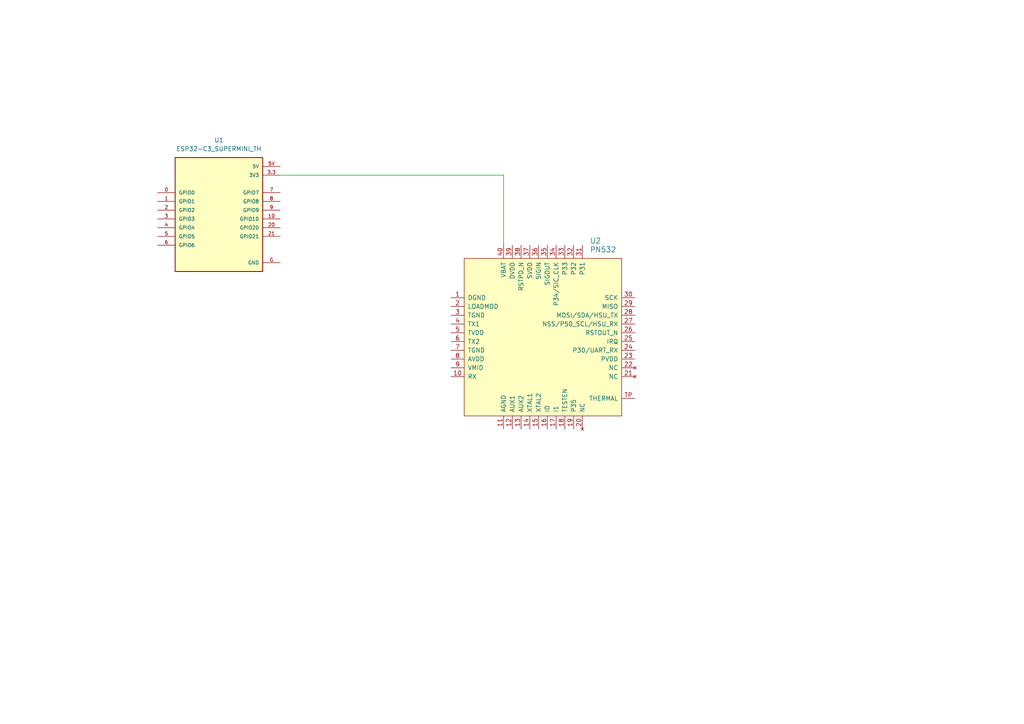
<source format=kicad_sch>
(kicad_sch (version 20250114) (generator "eeschema") (generator_version "9.0")
  (paper "A4")
  (lib_symbols
    (symbol "ESP32-C3_SUPERMINI_TH:ESP32-C3_SUPERMINI_TH" (pin_names (offset 1.016))
      (property "Reference" "U" (at -12.7 16.002 0))
      (property "Value" "ESP32-C3_SUPERMINI_TH" (at -12.7 -20.32 0))
      (symbol "ESP32-C3_SUPERMINI_TH_0_0"
        (rectangle (start -12.7 -17.78) (end 12.7 15.24) (stroke (width 0.254)) (fill (type background)))
        (pin bidirectional line (at -17.78 5.08 0) (length 5.08) (name "GPIO0") (number "0"))
        (pin bidirectional line (at -17.78 2.54 0) (length 5.08) (name "GPIO1") (number "1"))
        (pin bidirectional line (at -17.78 0 0) (length 5.08) (name "GPIO2") (number "2"))
        (pin bidirectional line (at -17.78 -2.54 0) (length 5.08) (name "GPIO3") (number "3"))
        (pin bidirectional line (at -17.78 -5.08 0) (length 5.08) (name "GPIO4") (number "4"))
        (pin bidirectional line (at -17.78 -7.62 0) (length 5.08) (name "GPIO5") (number "5"))
        (pin bidirectional line (at -17.78 -10.16 0) (length 5.08) (name "GPIO6") (number "6"))
        (pin power_in line (at 17.78 12.7 180) (length 5.08) (name "5V") (number "5V"))
        (pin power_in line (at 17.78 10.16 180) (length 5.08) (name "3V3") (number "3.3"))
        (pin bidirectional line (at 17.78 5.08 180) (length 5.08) (name "GPIO7") (number "7"))
        (pin bidirectional line (at 17.78 2.54 180) (length 5.08) (name "GPIO8") (number "8"))
        (pin bidirectional line (at 17.78 0 180) (length 5.08) (name "GPIO9") (number "9"))
        (pin bidirectional line (at 17.78 -2.54 180) (length 5.08) (name "GPIO10") (number "10"))
        (pin bidirectional line (at 17.78 -5.08 180) (length 5.08) (name "GPIO20") (number "20"))
        (pin bidirectional line (at 17.78 -7.62 180) (length 5.08) (name "GPIO21") (number "21"))
        (pin power_in line (at 17.78 -15.24 180) (length 5.08) (name "GND") (number "G"))
      )
    )
    (symbol "rfid_nfc:PN532" (pin_names (offset 1.016))
      (property "Reference" "U" (at -21.59 25.4 0))
      (property "Value" "PN532" (at 19.05 -24.13 0))
      (symbol "PN532_0_1"
        (rectangle (start -22.86 22.86) (end 22.86 -22.86) (fill (type background)))
      )
      (symbol "PN532_1_1"
        (pin passive line (at -26.67 11.43 0) (length 3.81) (name "DGND") (number "1"))
        (pin passive line (at -26.67 8.89 0) (length 3.81) (name "LOADMOD") (number "2"))
        (pin passive line (at -26.67 6.35 0) (length 3.81) (name "TGND") (number "3"))
        (pin passive line (at -26.67 3.81 0) (length 3.81) (name "TX1") (number "4"))
        (pin passive line (at -26.67 1.27 0) (length 3.81) (name "TVDD") (number "5"))
        (pin passive line (at -26.67 -1.27 0) (length 3.81) (name "TX2") (number "6"))
        (pin passive line (at -26.67 -3.81 0) (length 3.81) (name "TGND") (number "7"))
        (pin passive line (at -26.67 -6.35 0) (length 3.81) (name "AVDD") (number "8"))
        (pin passive line (at -26.67 -8.89 0) (length 3.81) (name "VMID") (number "9"))
        (pin passive line (at -26.67 -11.43 0) (length 3.81) (name "RX") (number "10"))
        (pin power_in line (at -11.43 26.67 270) (length 3.81) (name "VBAT") (number "40"))
        (pin passive line (at -11.43 -26.67 90) (length 3.81) (name "AGND") (number "11"))
        (pin power_out line (at -8.89 26.67 270) (length 3.81) (name "DVDD") (number "39"))
        (pin passive line (at -8.89 -26.67 90) (length 3.81) (name "AUX1") (number "12"))
        (pin passive line (at -6.35 26.67 270) (length 3.81) (name "RSTPD_N") (number "38"))
        (pin passive line (at -6.35 -26.67 90) (length 3.81) (name "AUX2") (number "13"))
        (pin power_out line (at -3.81 26.67 270) (length 3.81) (name "SVDD") (number "37"))
        (pin passive line (at -3.81 -26.67 90) (length 3.81) (name "XTAL1") (number "14"))
        (pin passive line (at -1.27 26.67 270) (length 3.81) (name "SIGIN") (number "36"))
        (pin passive line (at -1.27 -26.67 90) (length 3.81) (name "XTAL2") (number "15"))
        (pin passive line (at 1.27 26.67 270) (length 3.81) (name "SIGOUT") (number "35"))
        (pin passive line (at 1.27 -26.67 90) (length 3.81) (name "IO") (number "16"))
        (pin passive line (at 3.81 26.67 270) (length 3.81) (name "P34/SIC_CLK") (number "34"))
        (pin passive line (at 3.81 -26.67 90) (length 3.81) (name "I1") (number "17"))
        (pin passive line (at 6.35 26.67 270) (length 3.81) (name "P33") (number "33"))
        (pin passive line (at 6.35 -26.67 90) (length 3.81) (name "TESTEN") (number "18"))
        (pin passive line (at 8.89 26.67 270) (length 3.81) (name "P32") (number "32"))
        (pin passive line (at 8.89 -26.67 90) (length 3.81) (name "P35") (number "19"))
        (pin passive line (at 11.43 26.67 270) (length 3.81) (name "P31") (number "31"))
        (pin no_connect line (at 11.43 -26.67 90) (length 3.81) (name "NC") (number "20"))
        (pin passive line (at 26.67 11.43 180) (length 3.81) (name "SCK") (number "30"))
        (pin passive line (at 26.67 8.89 180) (length 3.81) (name "MISO") (number "29"))
        (pin passive line (at 26.67 6.35 180) (length 3.81) (name "MOSI/SDA/HSU_TX") (number "28"))
        (pin passive line (at 26.67 3.81 180) (length 3.81) (name "NSS/P50_SCL/HSU_RX") (number "27"))
        (pin passive line (at 26.67 1.27 180) (length 3.81) (name "RSTOUT_N") (number "26"))
        (pin passive line (at 26.67 -1.27 180) (length 3.81) (name "IRQ") (number "25"))
        (pin passive line (at 26.67 -3.81 180) (length 3.81) (name "P30/UART_RX") (number "24"))
        (pin power_in line (at 26.67 -6.35 180) (length 3.81) (name "PVDD") (number "23"))
        (pin no_connect line (at 26.67 -8.89 180) (length 3.81) (name "NC") (number "22"))
        (pin no_connect line (at 26.67 -11.43 180) (length 3.81) (name "NC") (number "21"))
        (pin passive line (at 26.67 -17.78 180) (length 3.81) (name "THERMAL") (number "TP"))
      )
    )
  )
  (wire (pts (xy 146.05 50.8) (xy 146.05 71.12)))
  (wire (pts (xy 81.28 50.8) (xy 146.05 50.8)))
  (symbol (lib_id "ESP32-C3_SUPERMINI_TH:ESP32-C3_SUPERMINI_TH") (at 63.5 60.96 0) (unit 1)
    (property "Reference" "U1" (at 63.5 40.64 0))
    (property "Value" "ESP32-C3_SUPERMINI_TH" (at 63.5 43.18 0))
    (property "Footprint" "ESP32-C3_SUPERMINI_TH:MODULE_ESP32-C3_SUPERMINI_TH" (effects (hide yes)))
    (property "MF" "Espressif Systems" (effects (hide yes)))
    (property "Description_1" "Super tiny ESP32-C3 board" (effects (hide yes)))
    (property "CREATOR" "DIZAR" (effects (hide yes)))
    (property "Price" "None" (effects (hide yes)))
    (property "Package" "Package" (effects (hide yes)))
    (property "Check_prices" "https://www.snapeda.com/parts/ESP32-C3%20SuperMini_TH/Espressif+Systems/view-part/?ref=eda" (effects (hide yes)))
    (property "STANDARD" "IPC-7351B" (effects (hide yes)))
    (property "SnapEDA_Link" "https://www.snapeda.com/parts/ESP32-C3%20SuperMini_TH/Espressif+Systems/view-part/?ref=snap" (effects (hide yes)))
    (property "MP" "ESP32-C3 SuperMini_TH" (effects (hide yes)))
    (property "Availability" "Not in stock" (effects (hide yes)))
    (property "MANUFACTURER" "Espressif Systems" (effects (hide yes)))
  )
  (symbol (lib_id "rfid_nfc:PN532") (at 157.48 97.79 0) (unit 1)
    (property "Reference" "U2" (at 171.0533 69.85 0) (effects (font (size 1.524 1.524)) (justify left)))
    (property "Value" "PN532" (at 171.0533 72.39 0) (effects (font (size 1.524 1.524)) (justify left)))
  )
)
</source>
